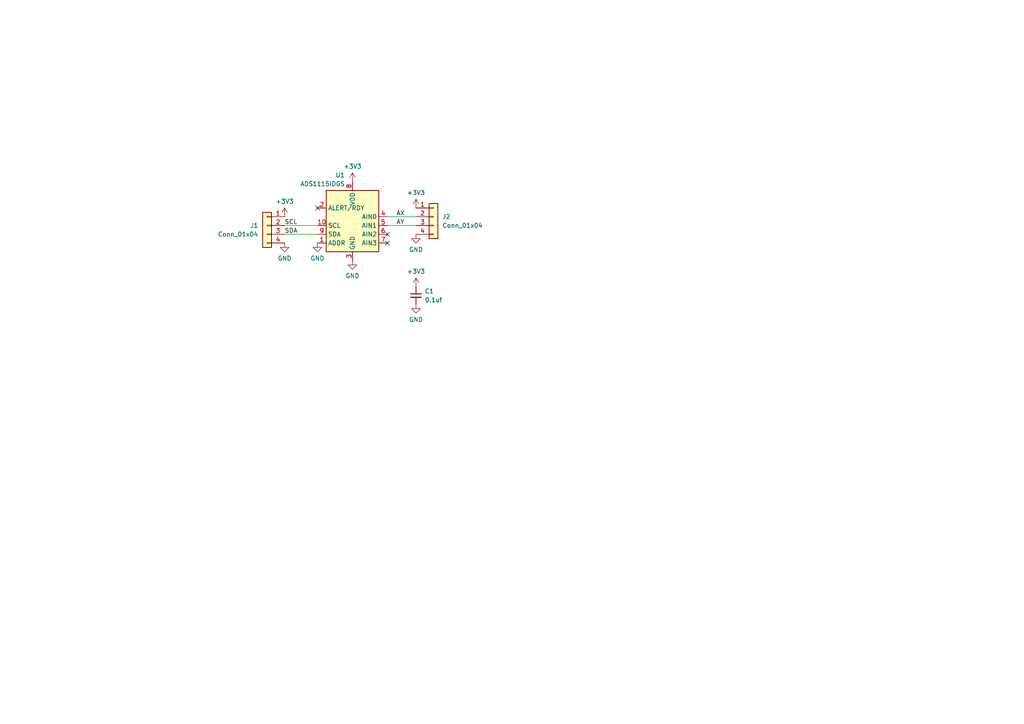
<source format=kicad_sch>
(kicad_sch (version 20230121) (generator eeschema)
  (paper "A4")
  (lib_symbols
    (symbol "Analog_ADC:ADS1115IDGS"
      (property "Reference" "U" (at 2.54 13.97 0))
      (property "Value" "ADS1115IDGS" (at 7.62 11.43 0))
      (symbol "ADS1115IDGS_0_1"
        (rectangle (start -7.62 10.16) (end 7.62 -7.62) (stroke (width 0.254)) (fill (type background)))
      )
      (symbol "ADS1115IDGS_1_1"
        (pin input line (at 10.16 -5.08 180) (length 2.54) (name "ADDR") (number "1"))
        (pin input line (at 10.16 0 180) (length 2.54) (name "SCL") (number "10"))
        (pin output line (at 10.16 5.08 180) (length 2.54) (name "ALERT/RDY") (number "2"))
        (pin power_in line (at 0 -10.16 90) (length 2.54) (name "GND") (number "3"))
        (pin input line (at -10.16 2.54 0) (length 2.54) (name "AIN0") (number "4"))
        (pin input line (at -10.16 0 0) (length 2.54) (name "AIN1") (number "5"))
        (pin input line (at -10.16 -2.54 0) (length 2.54) (name "AIN2") (number "6"))
        (pin input line (at -10.16 -5.08 0) (length 2.54) (name "AIN3") (number "7"))
        (pin power_in line (at 0 12.7 270) (length 2.54) (name "VDD") (number "8"))
        (pin bidirectional line (at 10.16 -2.54 180) (length 2.54) (name "SDA") (number "9"))
      )
    )
    (symbol "Connector_Generic:Conn_01x04" (pin_names (offset 1.016) hide)
      (property "Reference" "J" (at 0 5.08 0))
      (property "Value" "Conn_01x04" (at 0 -7.62 0))
      (symbol "Conn_01x04_1_1"
        (rectangle (start -1.27 -4.953) (end 0 -5.207) (stroke (width 0.1524)))
        (rectangle (start -1.27 -2.413) (end 0 -2.667) (stroke (width 0.1524)))
        (rectangle (start -1.27 0.127) (end 0 -0.127) (stroke (width 0.1524)))
        (rectangle (start -1.27 2.667) (end 0 2.413) (stroke (width 0.1524)))
        (rectangle (start -1.27 3.81) (end 1.27 -6.35) (stroke (width 0.254)) (fill (type background)))
        (pin passive line (at -5.08 2.54 0) (length 3.81) (name "Pin_1") (number "1"))
        (pin passive line (at -5.08 0 0) (length 3.81) (name "Pin_2") (number "2"))
        (pin passive line (at -5.08 -2.54 0) (length 3.81) (name "Pin_3") (number "3"))
        (pin passive line (at -5.08 -5.08 0) (length 3.81) (name "Pin_4") (number "4"))
      )
    )
    (symbol "Device:C_Small" (pin_numbers hide) (pin_names (offset 0.254) hide)
      (property "Reference" "C" (at 0.254 1.778 0))
      (property "Value" "C_Small" (at 0.254 -2.032 0))
      (symbol "C_Small_0_1"
        (polyline (pts (xy -1.524 -0.508) (xy 1.524 -0.508)) (stroke (width 0.3302)))
        (polyline (pts (xy -1.524 0.508) (xy 1.524 0.508)) (stroke (width 0.3048)))
      )
      (symbol "C_Small_1_1"
        (pin passive line (at 0 2.54 270) (length 2.032) (name "~") (number "1"))
        (pin passive line (at 0 -2.54 90) (length 2.032) (name "~") (number "2"))
      )
    )
    (symbol "power:+3V3" (power) (pin_names (offset 0))
      (property "Value" "+3V3" (at 0 3.556 0))
      (symbol "+3V3_0_1"
        (polyline (pts (xy -0.762 1.27) (xy 0 2.54)))
        (polyline (pts (xy 0 0) (xy 0 2.54)))
        (polyline (pts (xy 0 2.54) (xy 0.762 1.27)))
      )
      (symbol "+3V3_1_1"
        (pin power_in line (at 0 0 90) (length 0) hide (name "+3V3") (number "1"))
      )
    )
    (symbol "power:GND" (power) (pin_names (offset 0))
      (property "Value" "GND" (at 0 -3.81 0))
      (symbol "GND_0_1"
        (polyline (pts (xy 0 0) (xy 0 -1.27) (xy 1.27 -1.27) (xy 0 -2.54) (xy -1.27 -1.27) (xy 0 -1.27)))
      )
      (symbol "GND_1_1"
        (pin power_in line (at 0 0 270) (length 0) hide (name "GND") (number "1"))
      )
    )
  )
  (no_connect (at 112.395 67.945))
  (no_connect (at 92.075 60.325))
  (no_connect (at 112.395 70.485))
  (wire (pts (xy 112.395 65.405) (xy 120.65 65.405)))
  (wire (pts (xy 112.395 62.865) (xy 120.65 62.865)))
  (wire (pts (xy 82.55 67.945) (xy 92.075 67.945)))
  (wire (pts (xy 82.55 65.405) (xy 92.075 65.405)))
  (label "AX" (at 114.935 62.865 0))
  (label "AY" (at 114.935 65.405 0))
  (label "SCL" (at 82.55 65.405 0))
  (label "SDA" (at 82.55 67.945 0))
  (symbol (lib_id "power:GND") (at 120.65 67.945 0) (unit 1)
    (property "Reference" "#PWR02" (effects hide))
    (property "Value" "GND" (at 120.65 72.39 0))
  )
  (symbol (lib_id "power:GND") (at 92.075 70.485 0) (unit 1)
    (property "Reference" "#PWR07" (effects hide))
    (property "Value" "GND" (at 92.075 74.93 0))
  )
  (symbol (lib_id "Analog_ADC:ADS1115IDGS") (at 102.235 65.405 0) (mirror y) (unit 1)
    (property "Reference" "U1" (at 100.0409 50.8 0) (effects (justify left)))
    (property "Value" "ADS1115IDGS" (at 100.0409 53.34 0) (effects (justify left)))
    (property "Footprint" "Package_SO:TSSOP-10_3x3mm_P0.5mm" (effects hide))
    (property "Datasheet" "http://www.ti.com/lit/ds/symlink/ads1113.pdf" (effects hide))
  )
  (symbol (lib_id "power:+3V3") (at 120.65 83.185 0) (unit 1)
    (property "Reference" "#PWR09" (effects hide))
    (property "Value" "+3V3" (at 120.65 78.74 0))
  )
  (symbol (lib_id "power:+3V3") (at 120.65 60.325 0) (unit 1)
    (property "Reference" "#PWR03" (effects hide))
    (property "Value" "+3V3" (at 120.65 55.88 0))
  )
  (symbol (lib_id "power:GND") (at 120.65 88.265 0) (unit 1)
    (property "Reference" "#PWR08" (effects hide))
    (property "Value" "GND" (at 120.65 92.71 0))
  )
  (symbol (lib_id "Device:C_Small") (at 120.65 85.725 0) (unit 1)
    (property "Reference" "C1" (at 123.19 84.4613 0) (effects (justify left)))
    (property "Value" "0.1uf" (at 123.19 87.0013 0) (effects (justify left)))
    (property "Footprint" "Capacitor_SMD:C_0402_1005Metric_Pad0.74x0.62mm_HandSolder" (effects hide))
  )
  (symbol (lib_id "Connector_Generic:Conn_01x04") (at 77.47 65.405 0) (mirror y) (unit 1)
    (property "Reference" "J1" (at 74.93 65.405 0) (effects (justify left)))
    (property "Value" "Conn_01x04" (at 74.93 67.945 0) (effects (justify left)))
    (property "Footprint" "Connector_PinHeader_1.27mm:PinHeader_1x04_P1.27mm_Vertical" (effects hide))
  )
  (symbol (lib_id "Connector_Generic:Conn_01x04") (at 125.73 62.865 0) (unit 1)
    (property "Reference" "J2" (at 128.27 62.865 0) (effects (justify left)))
    (property "Value" "Conn_01x04" (at 128.27 65.405 0) (effects (justify left)))
    (property "Footprint" "Connector_PinHeader_1.27mm:PinHeader_1x04_P1.27mm_Vertical" (effects hide))
  )
  (symbol (lib_id "power:GND") (at 102.235 75.565 0) (unit 1)
    (property "Reference" "#PWR05" (effects hide))
    (property "Value" "GND" (at 102.235 80.01 0))
  )
  (symbol (lib_id "power:+3V3") (at 102.235 52.705 0) (unit 1)
    (property "Reference" "#PWR06" (effects hide))
    (property "Value" "+3V3" (at 102.235 48.26 0))
  )
  (symbol (lib_id "power:+3V3") (at 82.55 62.865 0) (unit 1)
    (property "Reference" "#PWR04" (effects hide))
    (property "Value" "+3V3" (at 82.55 58.42 0))
  )
  (symbol (lib_id "power:GND") (at 82.55 70.485 0) (unit 1)
    (property "Reference" "#PWR01" (effects hide))
    (property "Value" "GND" (at 82.55 74.93 0))
  )
)
</source>
